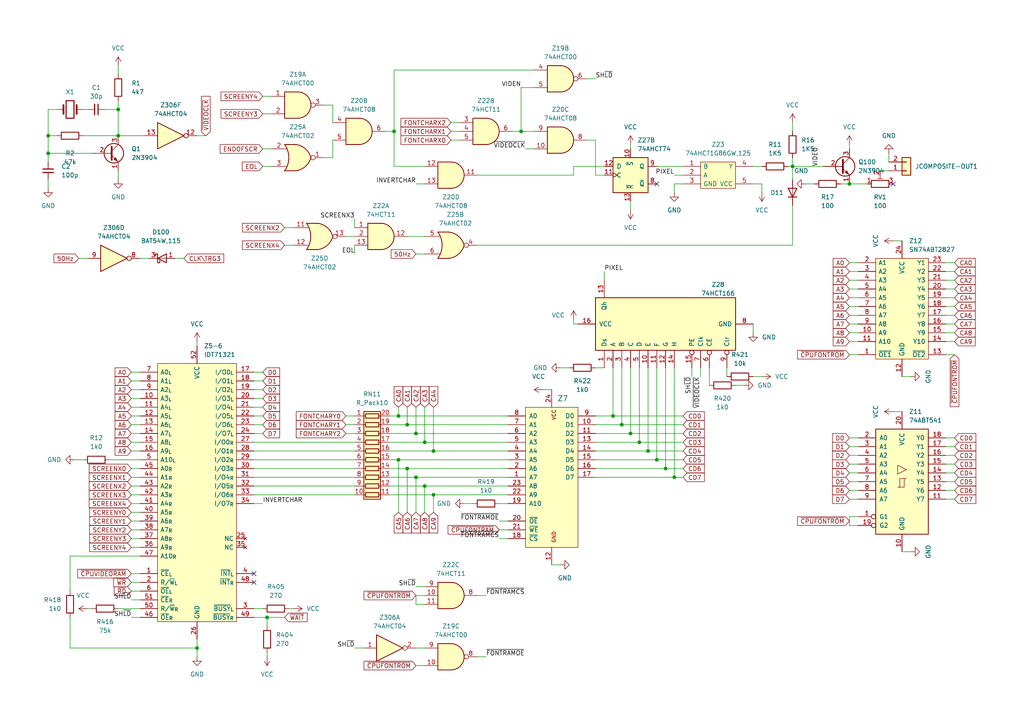
<source format=kicad_sch>
(kicad_sch (version 20211123) (generator eeschema)
  (paper "A4")
  (title_block (title "ACE4NOKB") (date "2020-04-30") (rev "Alpha") (company "Ontobus") (comment 1 "John Bradley") (comment 2 "https://creativecommons.org/licenses/by-nc-sa/4.0/") (comment 3 "Attribution-NonCommercial-ShareAlike 4.0 International License.") (comment 4 "This work is licensed under a Creative Commons "))
  (junction (at 246.38 53.34))
  (junction (at 34.29 39.37))
  (junction (at 57.15 187.96))
  (junction (at 77.47 179.07))
  (junction (at 13.97 44.45))
  (junction (at 123.19 128.27))
  (junction (at 13.97 39.37))
  (junction (at 195.58 138.43))
  (junction (at 118.11 135.89))
  (junction (at 229.87 48.26))
  (junction (at 190.5 133.35))
  (junction (at 125.73 130.81))
  (junction (at 123.19 140.97))
  (junction (at 118.11 123.19))
  (junction (at 187.96 130.81))
  (junction (at 193.04 135.89))
  (junction (at 151.13 38.1))
  (junction (at 34.29 31.75))
  (junction (at 115.57 120.65))
  (junction (at 182.88 125.73))
  (junction (at 180.34 123.19))
  (junction (at 120.65 138.43))
  (junction (at 125.73 143.51))
  (junction (at 120.65 125.73))
  (junction (at 177.8 120.65))
  (junction (at 115.57 133.35))
  (junction (at 185.42 128.27))
  (junction (at 114.3 38.1))
  (no_connect (at 190.5 53.34))
  (no_connect (at 259.08 53.34))
  (no_connect (at 73.66 166.37))
  (no_connect (at 73.66 168.91))
  (wire (pts (xy 73.66 128.27) (xy 102.87 128.27)))
  (wire (pts (xy 30.48 31.75) (xy 34.29 31.75)))
  (wire (pts (xy 187.96 130.81) (xy 198.12 130.81)))
  (wire (pts (xy 40.64 110.49) (xy 38.1 110.49)))
  (wire (pts (xy 182.88 58.42) (xy 182.88 60.96)))
  (wire (pts (xy 182.88 106.68) (xy 182.88 125.73)))
  (wire (pts (xy 78.74 43.18) (xy 76.2 43.18)))
  (wire (pts (xy 195.58 106.68) (xy 195.58 138.43)))
  (wire (pts (xy 85.09 66.04) (xy 82.55 66.04)))
  (wire (pts (xy 78.74 33.02) (xy 76.2 33.02)))
  (wire (pts (xy 40.64 171.45) (xy 38.1 171.45)))
  (wire (pts (xy 274.32 137.16) (xy 276.86 137.16)))
  (wire (pts (xy 73.66 130.81) (xy 102.87 130.81)))
  (wire (pts (xy 118.11 118.11) (xy 118.11 123.19)))
  (wire (pts (xy 73.66 140.97) (xy 102.87 140.97)))
  (wire (pts (xy 73.66 115.57) (xy 76.2 115.57)))
  (wire (pts (xy 248.92 144.78) (xy 246.38 144.78)))
  (wire (pts (xy 172.72 106.68) (xy 175.26 106.68)))
  (wire (pts (xy 102.87 66.04) (xy 102.87 63.5)))
  (wire (pts (xy 218.44 93.98) (xy 218.44 96.52)))
  (wire (pts (xy 185.42 128.27) (xy 198.12 128.27)))
  (wire (pts (xy 274.32 132.08) (xy 276.86 132.08)))
  (wire (pts (xy 177.8 106.68) (xy 177.8 120.65)))
  (wire (pts (xy 274.32 81.28) (xy 276.86 81.28)))
  (wire (pts (xy 40.64 120.65) (xy 38.1 120.65)))
  (wire (pts (xy 246.38 91.44) (xy 248.92 91.44)))
  (wire (pts (xy 229.87 45.72) (xy 229.87 48.26)))
  (wire (pts (xy 120.65 187.96) (xy 123.19 187.96)))
  (wire (pts (xy 172.72 120.65) (xy 177.8 120.65)))
  (wire (pts (xy 134.62 146.05) (xy 137.16 146.05)))
  (wire (pts (xy 24.13 133.35) (xy 21.59 133.35)))
  (wire (pts (xy 13.97 31.75) (xy 13.97 39.37)))
  (wire (pts (xy 40.64 166.37) (xy 38.1 166.37)))
  (wire (pts (xy 114.3 20.32) (xy 114.3 38.1)))
  (wire (pts (xy 246.38 96.52) (xy 248.92 96.52)))
  (wire (pts (xy 248.92 149.86) (xy 246.38 149.86)))
  (wire (pts (xy 120.65 172.72) (xy 123.19 172.72)))
  (wire (pts (xy 229.87 48.26) (xy 229.87 52.07)))
  (wire (pts (xy 246.38 83.82) (xy 248.92 83.82)))
  (wire (pts (xy 172.72 123.19) (xy 180.34 123.19)))
  (wire (pts (xy 248.92 134.62) (xy 246.38 134.62)))
  (wire (pts (xy 76.2 176.53) (xy 73.66 176.53)))
  (wire (pts (xy 274.32 96.52) (xy 276.86 96.52)))
  (wire (pts (xy 229.87 38.1) (xy 229.87 35.56)))
  (wire (pts (xy 151.13 38.1) (xy 154.94 38.1)))
  (wire (pts (xy 187.96 106.68) (xy 187.96 130.81)))
  (wire (pts (xy 38.1 156.21) (xy 40.64 156.21)))
  (wire (pts (xy 96.52 30.48) (xy 96.52 35.56)))
  (wire (pts (xy 144.78 153.67) (xy 147.32 153.67)))
  (wire (pts (xy 50.8 74.93) (xy 53.34 74.93)))
  (wire (pts (xy 248.92 129.54) (xy 246.38 129.54)))
  (wire (pts (xy 195.58 138.43) (xy 198.12 138.43)))
  (wire (pts (xy 123.19 128.27) (xy 147.32 128.27)))
  (wire (pts (xy 40.64 115.57) (xy 38.1 115.57)))
  (wire (pts (xy 40.64 128.27) (xy 38.1 128.27)))
  (wire (pts (xy 73.66 143.51) (xy 102.87 143.51)))
  (wire (pts (xy 185.42 106.68) (xy 185.42 128.27)))
  (wire (pts (xy 102.87 123.19) (xy 100.33 123.19)))
  (wire (pts (xy 123.19 118.11) (xy 123.19 128.27)))
  (wire (pts (xy 38.1 138.43) (xy 40.64 138.43)))
  (wire (pts (xy 147.32 151.13) (xy 144.78 151.13)))
  (wire (pts (xy 229.87 48.26) (xy 238.76 48.26)))
  (wire (pts (xy 57.15 187.96) (xy 20.32 187.96)))
  (wire (pts (xy 215.9 111.76) (xy 213.36 111.76)))
  (wire (pts (xy 166.37 48.26) (xy 166.37 50.8)))
  (wire (pts (xy 20.32 161.29) (xy 20.32 171.45)))
  (wire (pts (xy 40.64 107.95) (xy 38.1 107.95)))
  (wire (pts (xy 133.35 40.64) (xy 130.81 40.64)))
  (wire (pts (xy 248.92 132.08) (xy 246.38 132.08)))
  (wire (pts (xy 13.97 39.37) (xy 16.51 39.37)))
  (wire (pts (xy 246.38 88.9) (xy 248.92 88.9)))
  (wire (pts (xy 193.04 135.89) (xy 198.12 135.89)))
  (wire (pts (xy 190.5 48.26) (xy 198.12 48.26)))
  (wire (pts (xy 73.66 118.11) (xy 76.2 118.11)))
  (wire (pts (xy 274.32 88.9) (xy 276.86 88.9)))
  (wire (pts (xy 73.66 138.43) (xy 102.87 138.43)))
  (wire (pts (xy 123.19 140.97) (xy 123.19 148.59)))
  (wire (pts (xy 125.73 143.51) (xy 147.32 143.51)))
  (wire (pts (xy 172.72 125.73) (xy 182.88 125.73)))
  (wire (pts (xy 172.72 22.86) (xy 170.18 22.86)))
  (wire (pts (xy 73.66 110.49) (xy 76.2 110.49)))
  (wire (pts (xy 172.72 130.81) (xy 187.96 130.81)))
  (wire (pts (xy 138.43 190.5) (xy 140.97 190.5)))
  (wire (pts (xy 125.73 130.81) (xy 147.32 130.81)))
  (wire (pts (xy 177.8 120.65) (xy 198.12 120.65)))
  (wire (pts (xy 77.47 181.61) (xy 77.47 179.07)))
  (wire (pts (xy 40.64 74.93) (xy 43.18 74.93)))
  (wire (pts (xy 115.57 133.35) (xy 147.32 133.35)))
  (wire (pts (xy 205.74 106.68) (xy 205.74 111.76)))
  (wire (pts (xy 257.81 49.53) (xy 255.27 49.53)))
  (wire (pts (xy 73.66 133.35) (xy 102.87 133.35)))
  (wire (pts (xy 172.72 133.35) (xy 190.5 133.35)))
  (wire (pts (xy 115.57 148.59) (xy 115.57 133.35)))
  (wire (pts (xy 170.18 40.64) (xy 172.72 40.64)))
  (wire (pts (xy 102.87 125.73) (xy 100.33 125.73)))
  (wire (pts (xy 40.64 168.91) (xy 38.1 168.91)))
  (wire (pts (xy 246.38 43.18) (xy 246.38 41.91)))
  (wire (pts (xy 125.73 143.51) (xy 125.73 148.59)))
  (wire (pts (xy 57.15 100.33) (xy 57.15 99.06)))
  (wire (pts (xy 243.84 53.34) (xy 246.38 53.34)))
  (wire (pts (xy 125.73 118.11) (xy 125.73 130.81)))
  (wire (pts (xy 274.32 127) (xy 276.86 127)))
  (wire (pts (xy 246.38 93.98) (xy 248.92 93.98)))
  (wire (pts (xy 123.19 175.26) (xy 120.65 175.26)))
  (wire (pts (xy 274.32 76.2) (xy 276.86 76.2)))
  (wire (pts (xy 248.92 127) (xy 246.38 127)))
  (wire (pts (xy 246.38 102.87) (xy 248.92 102.87)))
  (wire (pts (xy 195.58 50.8) (xy 198.12 50.8)))
  (wire (pts (xy 78.74 27.94) (xy 76.2 27.94)))
  (wire (pts (xy 261.62 160.02) (xy 264.16 160.02)))
  (wire (pts (xy 274.32 93.98) (xy 276.86 93.98)))
  (wire (pts (xy 180.34 123.19) (xy 198.12 123.19)))
  (wire (pts (xy 113.03 123.19) (xy 118.11 123.19)))
  (wire (pts (xy 73.66 125.73) (xy 76.2 125.73)))
  (wire (pts (xy 274.32 99.06) (xy 276.86 99.06)))
  (wire (pts (xy 220.98 53.34) (xy 218.44 53.34)))
  (wire (pts (xy 34.29 39.37) (xy 34.29 31.75)))
  (wire (pts (xy 165.1 106.68) (xy 162.56 106.68)))
  (wire (pts (xy 138.43 71.12) (xy 229.87 71.12)))
  (wire (pts (xy 166.37 93.98) (xy 166.37 92.71)))
  (wire (pts (xy 175.26 48.26) (xy 166.37 48.26)))
  (wire (pts (xy 172.72 40.64) (xy 172.72 50.8)))
  (wire (pts (xy 40.64 179.07) (xy 38.1 179.07)))
  (wire (pts (xy 38.1 158.75) (xy 40.64 158.75)))
  (wire (pts (xy 113.03 143.51) (xy 125.73 143.51)))
  (wire (pts (xy 118.11 123.19) (xy 147.32 123.19)))
  (wire (pts (xy 113.03 120.65) (xy 115.57 120.65)))
  (wire (pts (xy 233.68 53.34) (xy 236.22 53.34)))
  (wire (pts (xy 57.15 187.96) (xy 57.15 190.5)))
  (wire (pts (xy 114.3 48.26) (xy 123.19 48.26)))
  (wire (pts (xy 246.38 81.28) (xy 248.92 81.28)))
  (wire (pts (xy 85.09 71.12) (xy 82.55 71.12)))
  (wire (pts (xy 274.32 83.82) (xy 276.86 83.82)))
  (wire (pts (xy 182.88 125.73) (xy 198.12 125.73)))
  (wire (pts (xy 38.1 153.67) (xy 40.64 153.67)))
  (wire (pts (xy 113.03 128.27) (xy 123.19 128.27)))
  (wire (pts (xy 274.32 102.87) (xy 276.86 102.87)))
  (wire (pts (xy 40.64 176.53) (xy 34.29 176.53)))
  (wire (pts (xy 102.87 187.96) (xy 105.41 187.96)))
  (wire (pts (xy 34.29 29.21) (xy 34.29 31.75)))
  (wire (pts (xy 218.44 48.26) (xy 220.98 48.26)))
  (wire (pts (xy 175.26 50.8) (xy 172.72 50.8)))
  (wire (pts (xy 34.29 49.53) (xy 34.29 52.07)))
  (wire (pts (xy 113.03 135.89) (xy 118.11 135.89)))
  (wire (pts (xy 40.64 118.11) (xy 38.1 118.11)))
  (wire (pts (xy 248.92 142.24) (xy 246.38 142.24)))
  (wire (pts (xy 114.3 20.32) (xy 154.94 20.32)))
  (wire (pts (xy 73.66 107.95) (xy 76.2 107.95)))
  (wire (pts (xy 154.94 43.18) (xy 152.4 43.18)))
  (wire (pts (xy 195.58 53.34) (xy 195.58 55.88)))
  (wire (pts (xy 148.59 38.1) (xy 151.13 38.1)))
  (wire (pts (xy 144.78 146.05) (xy 147.32 146.05)))
  (wire (pts (xy 193.04 106.68) (xy 193.04 135.89)))
  (wire (pts (xy 102.87 120.65) (xy 100.33 120.65)))
  (wire (pts (xy 246.38 78.74) (xy 248.92 78.74)))
  (wire (pts (xy 115.57 118.11) (xy 115.57 120.65)))
  (wire (pts (xy 123.19 140.97) (xy 147.32 140.97)))
  (wire (pts (xy 78.74 48.26) (xy 76.2 48.26)))
  (wire (pts (xy 144.78 156.21) (xy 147.32 156.21)))
  (wire (pts (xy 77.47 189.23) (xy 77.47 190.5)))
  (wire (pts (xy 40.64 113.03) (xy 38.1 113.03)))
  (wire (pts (xy 13.97 39.37) (xy 13.97 44.45)))
  (wire (pts (xy 57.15 185.42) (xy 57.15 187.96)))
  (wire (pts (xy 73.66 146.05) (xy 76.2 146.05)))
  (wire (pts (xy 259.08 119.38) (xy 261.62 119.38)))
  (wire (pts (xy 200.66 106.68) (xy 200.66 109.22)))
  (wire (pts (xy 13.97 31.75) (xy 16.51 31.75)))
  (wire (pts (xy 40.64 123.19) (xy 38.1 123.19)))
  (wire (pts (xy 172.72 135.89) (xy 193.04 135.89)))
  (wire (pts (xy 172.72 128.27) (xy 185.42 128.27)))
  (wire (pts (xy 120.65 138.43) (xy 147.32 138.43)))
  (wire (pts (xy 138.43 172.72) (xy 140.97 172.72)))
  (wire (pts (xy 13.97 44.45) (xy 26.67 44.45)))
  (wire (pts (xy 102.87 71.12) (xy 102.87 73.66)))
  (wire (pts (xy 73.66 120.65) (xy 76.2 120.65)))
  (wire (pts (xy 261.62 109.22) (xy 264.16 109.22)))
  (wire (pts (xy 246.38 76.2) (xy 248.92 76.2)))
  (wire (pts (xy 13.97 44.45) (xy 13.97 46.99)))
  (wire (pts (xy 274.32 144.78) (xy 276.86 144.78)))
  (wire (pts (xy 172.72 138.43) (xy 195.58 138.43)))
  (wire (pts (xy 133.35 35.56) (xy 130.81 35.56)))
  (wire (pts (xy 40.64 125.73) (xy 38.1 125.73)))
  (wire (pts (xy 246.38 86.36) (xy 248.92 86.36)))
  (wire (pts (xy 123.19 53.34) (xy 120.65 53.34)))
  (wire (pts (xy 274.32 129.54) (xy 276.86 129.54)))
  (wire (pts (xy 220.98 53.34) (xy 220.98 55.88)))
  (wire (pts (xy 274.32 142.24) (xy 276.86 142.24)))
  (wire (pts (xy 113.03 133.35) (xy 115.57 133.35)))
  (wire (pts (xy 220.98 109.22) (xy 218.44 109.22)))
  (wire (pts (xy 111.76 38.1) (xy 114.3 38.1)))
  (wire (pts (xy 38.1 146.05) (xy 40.64 146.05)))
  (wire (pts (xy 40.64 130.81) (xy 38.1 130.81)))
  (wire (pts (xy 257.81 46.99) (xy 257.81 44.45)))
  (wire (pts (xy 93.98 30.48) (xy 96.52 30.48)))
  (wire (pts (xy 113.03 130.81) (xy 125.73 130.81)))
  (wire (pts (xy 38.1 148.59) (xy 40.64 148.59)))
  (wire (pts (xy 57.15 39.37) (xy 59.69 39.37)))
  (wire (pts (xy 118.11 68.58) (xy 123.19 68.58)))
  (wire (pts (xy 20.32 179.07) (xy 20.32 187.96)))
  (wire (pts (xy 190.5 106.68) (xy 190.5 133.35)))
  (wire (pts (xy 73.66 179.07) (xy 77.47 179.07)))
  (wire (pts (xy 120.65 73.66) (xy 123.19 73.66)))
  (wire (pts (xy 246.38 53.34) (xy 251.46 53.34)))
  (wire (pts (xy 246.38 152.4) (xy 248.92 152.4)))
  (wire (pts (xy 40.64 133.35) (xy 31.75 133.35)))
  (wire (pts (xy 120.65 175.26) (xy 120.65 172.72)))
  (wire (pts (xy 167.64 93.98) (xy 166.37 93.98)))
  (wire (pts (xy 100.33 68.58) (xy 102.87 68.58)))
  (wire (pts (xy 248.92 139.7) (xy 246.38 139.7)))
  (wire (pts (xy 38.1 143.51) (xy 40.64 143.51)))
  (wire (pts (xy 175.26 81.28) (xy 175.26 78.74)))
  (wire (pts (xy 123.19 170.18) (xy 120.65 170.18)))
  (wire (pts (xy 274.32 78.74) (xy 276.86 78.74)))
  (wire (pts (xy 118.11 135.89) (xy 118.11 148.59)))
  (wire (pts (xy 210.82 106.68) (xy 210.82 109.22)))
  (wire (pts (xy 203.2 106.68) (xy 203.2 109.22)))
  (wire (pts (xy 151.13 25.4) (xy 154.94 25.4)))
  (wire (pts (xy 160.02 113.03) (xy 157.48 113.03)))
  (wire (pts (xy 113.03 138.43) (xy 120.65 138.43)))
  (wire (pts (xy 151.13 25.4) (xy 151.13 38.1)))
  (wire (pts (xy 24.13 39.37) (xy 34.29 39.37)))
  (wire (pts (xy 190.5 133.35) (xy 198.12 133.35)))
  (wire (pts (xy 274.32 139.7) (xy 276.86 139.7)))
  (wire (pts (xy 120.65 193.04) (xy 123.19 193.04)))
  (wire (pts (xy 118.11 135.89) (xy 147.32 135.89)))
  (wire (pts (xy 40.64 161.29) (xy 20.32 161.29)))
  (wire (pts (xy 138.43 50.8) (xy 166.37 50.8)))
  (wire (pts (xy 115.57 120.65) (xy 147.32 120.65)))
  (wire (pts (xy 34.29 21.59) (xy 34.29 19.05)))
  (wire (pts (xy 229.87 59.69) (xy 229.87 71.12)))
  (wire (pts (xy 274.32 86.36) (xy 276.86 86.36)))
  (wire (pts (xy 160.02 163.83) (xy 162.56 163.83)))
  (wire (pts (xy 40.64 173.99) (xy 38.1 173.99)))
  (wire (pts (xy 198.12 53.34) (xy 195.58 53.34)))
  (wire (pts (xy 248.92 137.16) (xy 246.38 137.16)))
  (wire (pts (xy 83.82 176.53) (xy 85.09 176.53)))
  (wire (pts (xy 22.86 74.93) (xy 25.4 74.93)))
  (wire (pts (xy 114.3 38.1) (xy 114.3 48.26)))
  (wire (pts (xy 120.65 118.11) (xy 120.65 125.73)))
  (wire (pts (xy 130.81 38.1) (xy 133.35 38.1)))
  (wire (pts (xy 246.38 99.06) (xy 248.92 99.06)))
  (wire (pts (xy 246.38 149.86) (xy 246.38 152.4)))
  (wire (pts (xy 180.34 106.68) (xy 180.34 123.19)))
  (wire (pts (xy 274.32 91.44) (xy 276.86 91.44)))
  (wire (pts (xy 38.1 151.13) (xy 40.64 151.13)))
  (wire (pts (xy 96.52 45.72) (xy 96.52 40.64)))
  (wire (pts (xy 38.1 140.97) (xy 40.64 140.97)))
  (wire (pts (xy 13.97 54.61) (xy 13.97 52.07)))
  (wire (pts (xy 34.29 39.37) (xy 41.91 39.37)))
  (wire (pts (xy 93.98 45.72) (xy 96.52 45.72)))
  (wire (pts (xy 73.66 113.03) (xy 76.2 113.03)))
  (wire (pts (xy 274.32 134.62) (xy 276.86 134.62)))
  (wire (pts (xy 120.65 138.43) (xy 120.65 148.59)))
  (wire (pts (xy 25.4 31.75) (xy 24.13 31.75)))
  (wire (pts (xy 182.88 43.18) (xy 182.88 41.91)))
  (wire (pts (xy 26.67 176.53) (xy 25.4 176.53)))
  (wire (pts (xy 120.65 125.73) (xy 147.32 125.73)))
  (wire (pts (xy 113.03 125.73) (xy 120.65 125.73)))
  (wire (pts (xy 259.08 69.85) (xy 261.62 69.85)))
  (wire (pts (xy 113.03 140.97) (xy 123.19 140.97)))
  (wire (pts (xy 73.66 135.89) (xy 102.87 135.89)))
  (wire (pts (xy 228.6 48.26) (xy 229.87 48.26)))
  (wire (pts (xy 38.1 135.89) (xy 40.64 135.89)))
  (wire (pts (xy 73.66 123.19) (xy 76.2 123.19)))
  (wire (pts (xy 77.47 179.07) (xy 82.55 179.07)))
  (label "~{VIDEOCLK}" (at 203.2 109.22 90))
  (label "SH~{LD}" (at 200.66 109.22 270))
  (label "SH~{LD}" (at 102.87 187.96 0))
  (label "VIDEO" (at 237.49 48.26 90))
  (label "~{FONTRAMOE}" (at 140.97 190.5 0))
  (label "EOL" (at 102.87 73.66 180))
  (label "SCREENX3" (at 102.87 63.5 180))
  (label "PIXEL" (at 195.58 50.8 180))
  (label "SH~{LD}" (at 120.65 170.18 0))
  (label "~{FONTRAMCS}" (at 144.78 156.21 180))
  (label "PIXEL" (at 175.26 78.74 0))
  (label "INVERTCHAR" (at 76.2 146.05 0))
  (label "INVERTCHAR" (at 120.65 53.34 0))
  (label "SH~{LD}" (at 38.1 173.99 0))
  (label "~{FONTRAMCS}" (at 140.97 172.72 0))
  (label "~{VIDEOCLK}" (at 152.4 43.18 0))
  (label "SH~{LD}" (at 172.72 22.86 0))
  (label "VIDEN" (at 151.13 25.4 0))
  (label "~{FONTRAMOE}" (at 144.78 151.13 180))
  (label "SH~{LD}" (at 38.1 179.07 0))
  (global_label "CA4" (shape input) (at 276.86 86.36 0) (property "Intersheetrefs" "${INTERSHEET_REFS}" (at 282.7523 86.2806 0) (effects (justify left))))
  (global_label "D1" (shape input) (at 246.38 129.54 180) (property "Intersheetrefs" "${INTERSHEET_REFS}" (at 241.5763 129.4606 0) (effects (justify right))))
  (global_label "CA1" (shape input) (at 118.11 118.11 90) (property "Intersheetrefs" "${INTERSHEET_REFS}" (at 118.0306 112.2177 90) (effects (justify left))))
  (global_label "A6" (shape input) (at 246.38 91.44 180) (property "Intersheetrefs" "${INTERSHEET_REFS}" (at 241.7577 91.3606 0) (effects (justify right))))
  (global_label "~{CPUFONTROM}" (shape input) (at 276.86 102.87 270) (property "Intersheetrefs" "${INTERSHEET_REFS}" (at 276.9394 117.8337 90) (effects (justify right))))
  (global_label "~{CPUVIDEORAM}" (shape input) (at 38.1 166.37 180) (property "Intersheetrefs" "${INTERSHEET_REFS}" (at 22.6525 166.2906 0) (effects (justify right))))
  (global_label "CA1" (shape input) (at 276.86 78.74 0) (property "Intersheetrefs" "${INTERSHEET_REFS}" (at 282.7523 78.6606 0) (effects (justify left))))
  (global_label "~{CPUFONTROM}" (shape input) (at 246.38 151.13 180) (property "Intersheetrefs" "${INTERSHEET_REFS}" (at 231.4163 151.0506 0) (effects (justify right))))
  (global_label "SCREENY0" (shape input) (at 38.1 148.59 180) (property "Intersheetrefs" "${INTERSHEET_REFS}" (at 26.0996 148.5106 0) (effects (justify right))))
  (global_label "CA9" (shape input) (at 276.86 99.06 0) (property "Intersheetrefs" "${INTERSHEET_REFS}" (at 282.7523 98.9806 0) (effects (justify left))))
  (global_label "FONTCHARY0" (shape input) (at 100.33 120.65 180) (property "Intersheetrefs" "${INTERSHEET_REFS}" (at 87.1201 120.5706 0) (effects (justify right))))
  (global_label "A2" (shape input) (at 246.38 81.28 180) (property "Intersheetrefs" "${INTERSHEET_REFS}" (at 241.7577 81.2006 0) (effects (justify right))))
  (global_label "ENDOFSCR" (shape input) (at 76.2 43.18 180) (property "Intersheetrefs" "${INTERSHEET_REFS}" (at 63.9577 43.1006 0) (effects (justify right))))
  (global_label "SCREENX4" (shape input) (at 38.1 146.05 180) (property "Intersheetrefs" "${INTERSHEET_REFS}" (at 25.9787 145.9706 0) (effects (justify right))))
  (global_label "CA3" (shape input) (at 276.86 83.82 0) (property "Intersheetrefs" "${INTERSHEET_REFS}" (at 282.7523 83.7406 0) (effects (justify left))))
  (global_label "50Hz" (shape input) (at 120.65 73.66 180) (property "Intersheetrefs" "${INTERSHEET_REFS}" (at 113.5482 73.5806 0) (effects (justify right))))
  (global_label "FONTCHARX0" (shape input) (at 130.81 40.64 180) (property "Intersheetrefs" "${INTERSHEET_REFS}" (at 116.3906 40.5606 0) (effects (justify right))))
  (global_label "D1" (shape input) (at 76.2 110.49 0) (property "Intersheetrefs" "${INTERSHEET_REFS}" (at 81.0037 110.4106 0) (effects (justify left))))
  (global_label "A0" (shape input) (at 38.1 107.95 180) (property "Intersheetrefs" "${INTERSHEET_REFS}" (at 33.4777 107.8706 0) (effects (justify right))))
  (global_label "CD6" (shape input) (at 276.86 142.24 0) (property "Intersheetrefs" "${INTERSHEET_REFS}" (at 282.9337 142.1606 0) (effects (justify left))))
  (global_label "EOL" (shape input) (at 76.2 48.26 180) (property "Intersheetrefs" "${INTERSHEET_REFS}" (at 70.3682 48.1806 0) (effects (justify right))))
  (global_label "~{CPUFONTRAM}" (shape input) (at 144.78 153.67 180) (property "Intersheetrefs" "${INTERSHEET_REFS}" (at 130.0582 153.5906 0) (effects (justify right))))
  (global_label "CA8" (shape input) (at 276.86 96.52 0) (property "Intersheetrefs" "${INTERSHEET_REFS}" (at 282.7523 96.4406 0) (effects (justify left))))
  (global_label "CD2" (shape input) (at 198.12 125.73 0) (property "Intersheetrefs" "${INTERSHEET_REFS}" (at 204.1937 125.6506 0) (effects (justify left))))
  (global_label "CLK\\TRG3" (shape input) (at 53.34 74.93 0) (property "Intersheetrefs" "${INTERSHEET_REFS}" (at 64.7961 74.8506 0) (effects (justify left))))
  (global_label "CD1" (shape input) (at 198.12 123.19 0) (property "Intersheetrefs" "${INTERSHEET_REFS}" (at 204.1937 123.1106 0) (effects (justify left))))
  (global_label "SCREENX3" (shape input) (at 38.1 143.51 180) (property "Intersheetrefs" "${INTERSHEET_REFS}" (at 25.9787 143.4306 0) (effects (justify right))))
  (global_label "A8" (shape input) (at 38.1 128.27 180) (property "Intersheetrefs" "${INTERSHEET_REFS}" (at 33.4777 128.1906 0) (effects (justify right))))
  (global_label "CD1" (shape input) (at 276.86 129.54 0) (property "Intersheetrefs" "${INTERSHEET_REFS}" (at 282.9337 129.4606 0) (effects (justify left))))
  (global_label "A7" (shape input) (at 246.38 93.98 180) (property "Intersheetrefs" "${INTERSHEET_REFS}" (at 241.7577 93.9006 0) (effects (justify right))))
  (global_label "A5" (shape input) (at 38.1 120.65 180) (property "Intersheetrefs" "${INTERSHEET_REFS}" (at 33.4777 120.5706 0) (effects (justify right))))
  (global_label "D5" (shape input) (at 246.38 139.7 180) (property "Intersheetrefs" "${INTERSHEET_REFS}" (at 241.5763 139.6206 0) (effects (justify right))))
  (global_label "~{CPUFONTROM}" (shape input) (at 246.38 102.87 180) (property "Intersheetrefs" "${INTERSHEET_REFS}" (at 231.4163 102.7906 0) (effects (justify right))))
  (global_label "FONTCHARY2" (shape input) (at 100.33 125.73 180) (property "Intersheetrefs" "${INTERSHEET_REFS}" (at 87.1201 125.6506 0) (effects (justify right))))
  (global_label "CA5" (shape input) (at 115.57 148.59 270) (property "Intersheetrefs" "${INTERSHEET_REFS}" (at 115.4906 154.4823 90) (effects (justify right))))
  (global_label "CD0" (shape input) (at 276.86 127 0) (property "Intersheetrefs" "${INTERSHEET_REFS}" (at 282.9337 126.9206 0) (effects (justify left))))
  (global_label "CD4" (shape input) (at 198.12 130.81 0) (property "Intersheetrefs" "${INTERSHEET_REFS}" (at 204.1937 130.7306 0) (effects (justify left))))
  (global_label "CA5" (shape input) (at 276.86 88.9 0) (property "Intersheetrefs" "${INTERSHEET_REFS}" (at 282.7523 88.8206 0) (effects (justify left))))
  (global_label "CA6" (shape input) (at 118.11 148.59 270) (property "Intersheetrefs" "${INTERSHEET_REFS}" (at 118.0306 154.4823 90) (effects (justify right))))
  (global_label "CD7" (shape input) (at 276.86 144.78 0) (property "Intersheetrefs" "${INTERSHEET_REFS}" (at 282.9337 144.7006 0) (effects (justify left))))
  (global_label "SCREENY4" (shape input) (at 38.1 158.75 180) (property "Intersheetrefs" "${INTERSHEET_REFS}" (at 26.0996 158.6706 0) (effects (justify right))))
  (global_label "SCREENY2" (shape input) (at 38.1 153.67 180) (property "Intersheetrefs" "${INTERSHEET_REFS}" (at 26.0996 153.5906 0) (effects (justify right))))
  (global_label "D4" (shape input) (at 76.2 118.11 0) (property "Intersheetrefs" "${INTERSHEET_REFS}" (at 81.0037 118.0306 0) (effects (justify left))))
  (global_label "CD3" (shape input) (at 276.86 134.62 0) (property "Intersheetrefs" "${INTERSHEET_REFS}" (at 282.9337 134.5406 0) (effects (justify left))))
  (global_label "~{RD}" (shape input) (at 38.1 171.45 180) (property "Intersheetrefs" "${INTERSHEET_REFS}" (at 33.2358 171.3706 0) (effects (justify right))))
  (global_label "SCREENY1" (shape input) (at 38.1 151.13 180) (property "Intersheetrefs" "${INTERSHEET_REFS}" (at 26.0996 151.0506 0) (effects (justify right))))
  (global_label "D2" (shape input) (at 76.2 113.03 0) (property "Intersheetrefs" "${INTERSHEET_REFS}" (at 81.0037 112.9506 0) (effects (justify left))))
  (global_label "CD4" (shape input) (at 276.86 137.16 0) (property "Intersheetrefs" "${INTERSHEET_REFS}" (at 282.9337 137.0806 0) (effects (justify left))))
  (global_label "CD0" (shape input) (at 198.12 120.65 0) (property "Intersheetrefs" "${INTERSHEET_REFS}" (at 204.1937 120.5706 0) (effects (justify left))))
  (global_label "FONTCHARX1" (shape input) (at 130.81 38.1 180) (property "Intersheetrefs" "${INTERSHEET_REFS}" (at 116.3906 38.0206 0) (effects (justify right))))
  (global_label "A4" (shape input) (at 246.38 86.36 180) (property "Intersheetrefs" "${INTERSHEET_REFS}" (at 241.7577 86.2806 0) (effects (justify right))))
  (global_label "CD5" (shape input) (at 276.86 139.7 0) (property "Intersheetrefs" "${INTERSHEET_REFS}" (at 282.9337 139.6206 0) (effects (justify left))))
  (global_label "D6" (shape input) (at 246.38 142.24 180) (property "Intersheetrefs" "${INTERSHEET_REFS}" (at 241.5763 142.1606 0) (effects (justify right))))
  (global_label "A9" (shape input) (at 38.1 130.81 180) (property "Intersheetrefs" "${INTERSHEET_REFS}" (at 33.4777 130.7306 0) (effects (justify right))))
  (global_label "CD5" (shape input) (at 198.12 133.35 0) (property "Intersheetrefs" "${INTERSHEET_REFS}" (at 204.1937 133.2706 0) (effects (justify left))))
  (global_label "A3" (shape input) (at 246.38 83.82 180) (property "Intersheetrefs" "${INTERSHEET_REFS}" (at 241.7577 83.7406 0) (effects (justify right))))
  (global_label "CD3" (shape input) (at 198.12 128.27 0) (property "Intersheetrefs" "${INTERSHEET_REFS}" (at 204.1937 128.1906 0) (effects (justify left))))
  (global_label "D3" (shape input) (at 76.2 115.57 0) (property "Intersheetrefs" "${INTERSHEET_REFS}" (at 81.0037 115.4906 0) (effects (justify left))))
  (global_label "A5" (shape input) (at 246.38 88.9 180) (property "Intersheetrefs" "${INTERSHEET_REFS}" (at 241.7577 88.8206 0) (effects (justify right))))
  (global_label "FONTCHARY1" (shape input) (at 100.33 123.19 180) (property "Intersheetrefs" "${INTERSHEET_REFS}" (at 87.1201 123.1106 0) (effects (justify right))))
  (global_label "SCREENX4" (shape input) (at 82.55 71.12 180) (property "Intersheetrefs" "${INTERSHEET_REFS}" (at 70.4287 71.0406 0) (effects (justify right))))
  (global_label "SCREENY3" (shape input) (at 76.2 33.02 180) (property "Intersheetrefs" "${INTERSHEET_REFS}" (at 64.1996 32.9406 0) (effects (justify right))))
  (global_label "~{WR}" (shape input) (at 38.1 168.91 180) (property "Intersheetrefs" "${INTERSHEET_REFS}" (at 33.0544 168.8306 0) (effects (justify right))))
  (global_label "SCREENY3" (shape input) (at 38.1 156.21 180) (property "Intersheetrefs" "${INTERSHEET_REFS}" (at 26.0996 156.1306 0) (effects (justify right))))
  (global_label "CD7" (shape input) (at 198.12 138.43 0) (property "Intersheetrefs" "${INTERSHEET_REFS}" (at 204.1937 138.3506 0) (effects (justify left))))
  (global_label "CA7" (shape input) (at 120.65 148.59 270) (property "Intersheetrefs" "${INTERSHEET_REFS}" (at 120.5706 154.4823 90) (effects (justify right))))
  (global_label "A7" (shape input) (at 38.1 125.73 180) (property "Intersheetrefs" "${INTERSHEET_REFS}" (at 33.4777 125.6506 0) (effects (justify right))))
  (global_label "SCREENX2" (shape input) (at 82.55 66.04 180) (property "Intersheetrefs" "${INTERSHEET_REFS}" (at 70.4287 65.9606 0) (effects (justify right))))
  (global_label "CA2" (shape input) (at 120.65 118.11 90) (property "Intersheetrefs" "${INTERSHEET_REFS}" (at 120.5706 112.2177 90) (effects (justify left))))
  (global_label "A8" (shape input) (at 246.38 96.52 180) (property "Intersheetrefs" "${INTERSHEET_REFS}" (at 241.7577 96.4406 0) (effects (justify right))))
  (global_label "SCREENX1" (shape input) (at 38.1 138.43 180) (property "Intersheetrefs" "${INTERSHEET_REFS}" (at 25.9787 138.3506 0) (effects (justify right))))
  (global_label "A2" (shape input) (at 38.1 113.03 180) (property "Intersheetrefs" "${INTERSHEET_REFS}" (at 33.4777 112.9506 0) (effects (justify right))))
  (global_label "CA9" (shape input) (at 125.73 148.59 270) (property "Intersheetrefs" "${INTERSHEET_REFS}" (at 125.6506 154.4823 90) (effects (justify right))))
  (global_label "~{VIDEOCLK}" (shape input) (at 59.69 39.37 90) (property "Intersheetrefs" "${INTERSHEET_REFS}" (at 59.6106 28.0348 90) (effects (justify left))))
  (global_label "A1" (shape input) (at 246.38 78.74 180) (property "Intersheetrefs" "${INTERSHEET_REFS}" (at 241.7577 78.6606 0) (effects (justify right))))
  (global_label "50Hz" (shape input) (at 22.86 74.93 180) (property "Intersheetrefs" "${INTERSHEET_REFS}" (at 15.7582 74.8506 0) (effects (justify right))))
  (global_label "SCREENX2" (shape input) (at 38.1 140.97 180) (property "Intersheetrefs" "${INTERSHEET_REFS}" (at 25.9787 140.8906 0) (effects (justify right))))
  (global_label "CD2" (shape input) (at 276.86 132.08 0) (property "Intersheetrefs" "${INTERSHEET_REFS}" (at 282.9337 132.0006 0) (effects (justify left))))
  (global_label "D0" (shape input) (at 246.38 127 180) (property "Intersheetrefs" "${INTERSHEET_REFS}" (at 241.5763 126.9206 0) (effects (justify right))))
  (global_label "CA6" (shape input) (at 276.86 91.44 0) (property "Intersheetrefs" "${INTERSHEET_REFS}" (at 282.7523 91.3606 0) (effects (justify left))))
  (global_label "FONTCHARX2" (shape input) (at 130.81 35.56 180) (property "Intersheetrefs" "${INTERSHEET_REFS}" (at 116.3906 35.4806 0) (effects (justify right))))
  (global_label "CA2" (shape input) (at 276.86 81.28 0) (property "Intersheetrefs" "${INTERSHEET_REFS}" (at 282.7523 81.2006 0) (effects (justify left))))
  (global_label "SCREENY4" (shape input) (at 76.2 27.94 180) (property "Intersheetrefs" "${INTERSHEET_REFS}" (at 64.1996 27.8606 0) (effects (justify right))))
  (global_label "CA4" (shape input) (at 125.73 118.11 90) (property "Intersheetrefs" "${INTERSHEET_REFS}" (at 125.6506 112.2177 90) (effects (justify left))))
  (global_label "CA0" (shape input) (at 276.86 76.2 0) (property "Intersheetrefs" "${INTERSHEET_REFS}" (at 282.7523 76.1206 0) (effects (justify left))))
  (global_label "A0" (shape input) (at 246.38 76.2 180) (property "Intersheetrefs" "${INTERSHEET_REFS}" (at 241.7577 76.1206 0) (effects (justify right))))
  (global_label "~{WAIT}" (shape input) (at 82.55 179.07 0) (property "Intersheetrefs" "${INTERSHEET_REFS}" (at 88.9866 178.9906 0) (effects (justify left))))
  (global_label "D7" (shape input) (at 76.2 125.73 0) (property "Intersheetrefs" "${INTERSHEET_REFS}" (at 81.0037 125.6506 0) (effects (justify left))))
  (global_label "~{CPUFONTROM}" (shape input) (at 120.65 172.72 180) (property "Intersheetrefs" "${INTERSHEET_REFS}" (at 105.6863 172.6406 0) (effects (justify right))))
  (global_label "A6" (shape input) (at 38.1 123.19 180) (property "Intersheetrefs" "${INTERSHEET_REFS}" (at 33.4777 123.1106 0) (effects (justify right))))
  (global_label "CA7" (shape input) (at 276.86 93.98 0) (property "Intersheetrefs" "${INTERSHEET_REFS}" (at 282.7523 93.9006 0) (effects (justify left))))
  (global_label "D3" (shape input) (at 246.38 134.62 180) (property "Intersheetrefs" "${INTERSHEET_REFS}" (at 241.5763 134.5406 0) (effects (justify right))))
  (global_label "A3" (shape input) (at 38.1 115.57 180) (property "Intersheetrefs" "${INTERSHEET_REFS}" (at 33.4777 115.4906 0) (effects (justify right))))
  (global_label "A1" (shape input) (at 38.1 110.49 180) (property "Intersheetrefs" "${INTERSHEET_REFS}" (at 33.4777 110.4106 0) (effects (justify right))))
  (global_label "D5" (shape input) (at 76.2 120.65 0) (property "Intersheetrefs" "${INTERSHEET_REFS}" (at 81.0037 120.5706 0) (effects (justify left))))
  (global_label "D2" (shape input) (at 246.38 132.08 180) (property "Intersheetrefs" "${INTERSHEET_REFS}" (at 241.5763 132.0006 0) (effects (justify right))))
  (global_label "D0" (shape input) (at 76.2 107.95 0) (property "Intersheetrefs" "${INTERSHEET_REFS}" (at 81.0037 107.8706 0) (effects (justify left))))
  (global_label "A4" (shape input) (at 38.1 118.11 180) (property "Intersheetrefs" "${INTERSHEET_REFS}" (at 33.4777 118.0306 0) (effects (justify right))))
  (global_label "~{CPUFONTROM}" (shape input) (at 120.65 193.04 180) (property "Intersheetrefs" "${INTERSHEET_REFS}" (at 105.6863 192.9606 0) (effects (justify right))))
  (global_label "D7" (shape input) (at 246.38 144.78 180) (property "Intersheetrefs" "${INTERSHEET_REFS}" (at 241.5763 144.7006 0) (effects (justify right))))
  (global_label "D6" (shape input) (at 76.2 123.19 0) (property "Intersheetrefs" "${INTERSHEET_REFS}" (at 81.0037 123.1106 0) (effects (justify left))))
  (global_label "CA8" (shape input) (at 123.19 148.59 270) (property "Intersheetrefs" "${INTERSHEET_REFS}" (at 123.1106 154.4823 90) (effects (justify right))))
  (global_label "CA0" (shape input) (at 115.57 118.11 90) (property "Intersheetrefs" "${INTERSHEET_REFS}" (at 115.4906 112.2177 90) (effects (justify left))))
  (global_label "CA3" (shape input) (at 123.19 118.11 90) (property "Intersheetrefs" "${INTERSHEET_REFS}" (at 123.1106 112.2177 90) (effects (justify left))))
  (global_label "A9" (shape input) (at 246.38 99.06 180) (property "Intersheetrefs" "${INTERSHEET_REFS}" (at 241.7577 98.9806 0) (effects (justify right))))
  (global_label "CD6" (shape input) (at 198.12 135.89 0) (property "Intersheetrefs" "${INTERSHEET_REFS}" (at 204.1937 135.8106 0) (effects (justify left))))
  (global_label "D4" (shape input) (at 246.38 137.16 180) (property "Intersheetrefs" "${INTERSHEET_REFS}" (at 241.5763 137.0806 0) (effects (justify right))))
  (global_label "SCREENX0" (shape input) (at 38.1 135.89 180) (property "Intersheetrefs" "${INTERSHEET_REFS}" (at 25.9787 135.8106 0) (effects (justify right))))
  (symbol (lib_id "power:GND") (at 257.81 44.45 180) (unit 1)
    (property "Reference" "#0139" (effects hide))
    (property "Value" "GND" (at 257.81 39.37 0))
  )
  (symbol (lib_id "Connector_Generic:Conn_01x02") (at 262.89 49.53 0) (mirror x) (unit 1)
    (property "Reference" "JCOMPOSITE-OUT1" (at 265.43 48.2599 0) (effects (justify left)))
    (property "Value" "COMPOSITE-OUT1" (effects hide))
    (property "Footprint" "Connector_PinHeader_2.54mm:PinHeader_1x02_P2.54mm_Vertical" (effects hide))
    (property "Manufacturer_Name" "Amphenol FCI" (effects hide))
    (property "Manufacturer_Part_Number" "G800W306018EU" (effects hide))
  )
  (symbol (lib_id "Transistor_BJT:2N3904") (at 243.84 48.26 0) (unit 1)
    (property "Reference" "Q100" (at 248.92 46.9899 0) (effects (justify left)))
    (property "Value" "2N3904" (at 248.92 49.5299 0) (effects (justify left)))
    (property "Footprint" "Package_TO_SOT_THT:TO-92_Inline" (effects hide))
    (property "Datasheet" "https://www.onsemi.com/pub/Collateral/2N3903-D.PDF" (effects hide))
    (property "Manufacturer_Name" "Rectron" (effects hide))
    (property "Manufacturer_Part_Number" "2N3904" (effects hide))
  )
  (symbol (lib_id "power:GND") (at 233.68 53.34 270) (unit 1)
    (property "Reference" "#0138" (effects hide))
    (property "Value" "GND" (at 232.41 49.53 90))
  )
  (symbol (lib_id "power:VCC") (at 246.38 41.91 0) (unit 1)
    (property "Reference" "#0126" (effects hide))
    (property "Value" "VCC" (at 246.38 36.83 0))
  )
  (symbol (lib_id "Device:R") (at 240.03 53.34 270) (unit 1)
    (property "Reference" "R17" (at 240.03 57.15 90))
    (property "Value" "100" (at 240.03 59.69 90))
    (property "Footprint" "Resistor_THT:R_Axial_DIN0204_L3.6mm_D1.6mm_P1.90mm_Vertical" (effects hide))
    (property "Manufacturer_Name" "Vishay" (effects hide))
    (property "Manufacturer_Part_Number" "PR01000101000JA500" (effects hide))
  )
  (symbol (lib_id "74xx:74LS04") (at 49.53 39.37 0) (unit 6)
    (property "Reference" "Z306" (at 49.53 30.48 0))
    (property "Value" "74AHCT04" (at 49.53 33.02 0))
    (property "Footprint" "Package_DIP:DIP-14_W7.62mm_Socket" (effects hide))
    (property "Datasheet" "http://www.ti.com/lit/gpn/sn74LS04" (effects hide))
    (property "Manufacturer_Name" "Texas Instruments" (effects hide))
    (property "Manufacturer_Part_Number" "SN74AHCT04N" (effects hide))
  )
  (symbol (lib_id "Diode:BAT54W") (at 46.99 74.93 0) (unit 1)
    (property "Reference" "D100" (at 46.6725 67.31 0))
    (property "Value" "BAT54W,115" (at 46.6725 69.85 0))
    (property "Footprint" "Package_TO_SOT_SMD:SOT-323_SC-70" (effects hide))
    (property "Datasheet" "https://assets.nexperia.com/documents/data-sheet/BAT54W_SER.pdf" (effects hide))
    (property "Manufacturer_Name" "Nexperia" (effects hide))
    (property "Manufacturer_Part_Number" "BAT54W,115" (effects hide))
  )
  (symbol (lib_id "Device:R_Potentiometer_Trim") (at 255.27 53.34 90) (unit 1)
    (property "Reference" "RV1" (at 255.27 57.15 90))
    (property "Value" "100" (at 255.27 59.69 90))
    (property "Footprint" "ExtraFootprints:3362H1103LF" (effects hide))
    (property "Manufacturer_Name" "Bourns" (effects hide))
    (property "Manufacturer_Part_Number" "3306W-1-101" (effects hide))
  )
  (symbol (lib_id "power:VCC") (at 220.98 109.22 270) (unit 1)
    (property "Reference" "#0104" (effects hide))
    (property "Value" "VCC" (at 224.79 109.2199 90) (effects (justify left)))
  )
  (symbol (lib_id "power:GND") (at 215.9 111.76 90) (unit 1)
    (property "Reference" "#0106" (effects hide))
    (property "Value" "GND" (at 219.71 111.7599 90) (effects (justify right)))
  )
  (symbol (lib_id "power:VCC") (at 166.37 92.71 0) (unit 1)
    (property "Reference" "#0107" (effects hide))
    (property "Value" "VCC" (at 163.83 91.4399 0) (effects (justify right)))
  )
  (symbol (lib_id "power:GND") (at 218.44 96.52 0) (unit 1)
    (property "Reference" "#0108" (effects hide))
    (property "Value" "GND" (at 220.98 97.7899 0) (effects (justify left)))
  )
  (symbol (lib_id "power:VCC") (at 182.88 41.91 0) (unit 1)
    (property "Reference" "#0109" (effects hide))
    (property "Value" "VCC" (at 182.88 36.83 0))
  )
  (symbol (lib_id "power:VCC") (at 182.88 60.96 180) (unit 1)
    (property "Reference" "#0110" (effects hide))
    (property "Value" "VCC" (at 182.88 66.04 0))
  )
  (symbol (lib_id "power:VCC") (at 229.87 35.56 0) (unit 1)
    (property "Reference" "#0111" (effects hide))
    (property "Value" "VCC" (at 229.87 30.48 0))
  )
  (symbol (lib_id "power:VCC") (at 25.4 176.53 90) (unit 1)
    (property "Reference" "#0112" (effects hide))
    (property "Value" "VCC" (at 24.13 172.72 90))
  )
  (symbol (lib_id "power:VCC") (at 57.15 99.06 0) (unit 1)
    (property "Reference" "#0115" (effects hide))
    (property "Value" "VCC" (at 57.15 93.98 0))
  )
  (symbol (lib_id "power:VCC") (at 157.48 113.03 90) (unit 1)
    (property "Reference" "#0116" (effects hide))
    (property "Value" "VCC" (at 156.21 109.22 90))
  )
  (symbol (lib_id "Device:R") (at 224.79 48.26 270) (unit 1)
    (property "Reference" "R11" (at 224.79 41.91 90))
    (property "Value" "1K5" (at 224.79 44.45 90))
    (property "Footprint" "Resistor_THT:R_Axial_DIN0204_L3.6mm_D1.6mm_P1.90mm_Vertical" (effects hide))
    (property "Manufacturer_Name" "Vishay" (effects hide))
    (property "Manufacturer_Part_Number" "CCF071K50GKE36" (effects hide))
  )
  (symbol (lib_id "Device:R") (at 229.87 41.91 180) (unit 1)
    (property "Reference" "R16" (at 232.41 40.6399 0) (effects (justify right)))
    (property "Value" "1K5" (at 232.41 43.1799 0) (effects (justify right)))
    (property "Footprint" "Resistor_THT:R_Axial_DIN0204_L3.6mm_D1.6mm_P1.90mm_Vertical" (effects hide))
    (property "Manufacturer_Name" "Vishay" (effects hide))
    (property "Manufacturer_Part_Number" "CCF071K50GKE36" (effects hide))
  )
  (symbol (lib_id "74xx:74LS74") (at 182.88 50.8 0) (unit 2)
    (property "Reference" "Z27" (at 184.8994 40.64 0) (effects (justify left)))
    (property "Value" "74AHCT74" (at 184.8994 43.18 0) (effects (justify left)))
    (property "Footprint" "Package_DIP:DIP-14_W7.62mm_Socket" (effects hide))
    (property "Datasheet" "74xx/74hc_hct74.pdf" (effects hide))
    (property "Manufacturer_Name" "Texas Instruments" (effects hide))
    (property "Manufacturer_Part_Number" "SN74AHCT74N" (effects hide))
  )
  (symbol (lib_id "Diode:1N4148") (at 229.87 55.88 90) (unit 1)
    (property "Reference" "D11" (at 227.33 55.8799 90) (effects (justify left)))
    (property "Value" "1N4148" (effects hide))
    (property "Footprint" "Diode_THT:D_DO-35_SOD27_P2.54mm_Vertical_AnodeUp" (effects hide))
    (property "Datasheet" "https://assets.nexperia.com/documents/data-sheet/1N4148_1N4448.pdf" (effects hide))
    (property "Manufacturer_Name" "Vishay Semiconductors" (effects hide))
    (property "Manufacturer_Part_Number" "1N4148TR" (effects hide))
  )
  (symbol (lib_id "74xx:74HCT00") (at 86.36 30.48 0) (unit 1)
    (property "Reference" "Z19" (at 86.36 21.59 0))
    (property "Value" "74AHCT00" (at 86.36 24.13 0))
    (property "Footprint" "Package_DIP:DIP-14_W7.62mm_Socket" (effects hide))
    (property "Datasheet" "http://www.ti.com/lit/gpn/sn74hct00" (effects hide))
    (property "Manufacturer_Name" "Texas Instruments" (effects hide))
    (property "Manufacturer_Part_Number" "SN74AHCT00NE4" (effects hide))
  )
  (symbol (lib_id "74xx:74HCT00") (at 162.56 22.86 0) (unit 2)
    (property "Reference" "Z19" (at 162.56 13.97 0))
    (property "Value" "74AHCT00" (at 162.56 16.51 0))
    (property "Footprint" "Package_DIP:DIP-14_W7.62mm_Socket" (effects hide))
    (property "Datasheet" "http://www.ti.com/lit/gpn/sn74hct00" (effects hide))
    (property "Manufacturer_Name" "Texas Instruments" (effects hide))
    (property "Manufacturer_Part_Number" "SN74AHCT00NE4" (effects hide))
  )
  (symbol (lib_id "74xx:74HCT02") (at 86.36 45.72 0) (unit 1)
    (property "Reference" "Z25" (at 86.36 36.83 0))
    (property "Value" "74AHCT02" (at 86.36 39.37 0))
    (property "Footprint" "Package_DIP:DIP-14_W7.62mm_Socket" (effects hide))
    (property "Datasheet" "http://www.ti.com/lit/gpn/sn74hct02" (effects hide))
    (property "Manufacturer_Name" "Texas Instruments" (effects hide))
    (property "Manufacturer_Part_Number" "SN74AHCT02N" (effects hide))
  )
  (symbol (lib_id "74xx:74LS08") (at 104.14 38.1 0) (unit 2)
    (property "Reference" "Z20" (at 104.14 29.21 0))
    (property "Value" "74AHCT08" (at 104.14 31.75 0))
    (property "Footprint" "Package_DIP:DIP-14_W7.62mm_Socket" (effects hide))
    (property "Datasheet" "http://www.ti.com/lit/gpn/sn74LS08" (effects hide))
    (property "Manufacturer_Name" "Texas Instruments" (effects hide))
    (property "Manufacturer_Part_Number" "SN74AHCT08N" (effects hide))
  )
  (symbol (lib_id "74xx:74LS08") (at 162.56 40.64 0) (unit 3)
    (property "Reference" "Z20" (at 162.56 31.75 0))
    (property "Value" "74AHCT08" (at 162.56 34.29 0))
    (property "Footprint" "Package_DIP:DIP-14_W7.62mm_Socket" (effects hide))
    (property "Datasheet" "http://www.ti.com/lit/gpn/sn74LS08" (effects hide))
    (property "Manufacturer_Name" "Texas Instruments" (effects hide))
    (property "Manufacturer_Part_Number" "SN74AHCT08N" (effects hide))
  )
  (symbol (lib_id "74xx:74LS08") (at 130.81 50.8 0) (unit 4)
    (property "Reference" "Z20" (at 130.81 57.15 0))
    (property "Value" "74AHCT08" (at 130.81 59.69 0))
    (property "Footprint" "Package_DIP:DIP-14_W7.62mm_Socket" (effects hide))
    (property "Datasheet" "http://www.ti.com/lit/gpn/sn74LS08" (effects hide))
    (property "Manufacturer_Name" "Texas Instruments" (effects hide))
    (property "Manufacturer_Part_Number" "SN74AHCT08N" (effects hide))
  )
  (symbol (lib_id "74xx:74LS11") (at 140.97 38.1 0) (unit 2)
    (property "Reference" "Z22" (at 140.97 29.21 0))
    (property "Value" "74HCT11" (at 140.97 31.75 0))
    (property "Footprint" "Package_DIP:DIP-14_W7.62mm_Socket" (effects hide))
    (property "Datasheet" "http://www.ti.com/lit/gpn/sn74LS11" (effects hide))
    (property "Manufacturer_Name" "Texas Instruments" (effects hide))
    (property "Manufacturer_Part_Number" "CD74HCT11M" (effects hide))
  )
  (symbol (lib_id "74xx:74LS166") (at 193.04 93.98 90) (unit 1)
    (property "Reference" "Z28" (at 208.28 82.55 90))
    (property "Value" "74HCT166" (at 208.28 85.09 90))
    (property "Footprint" "Package_DIP:DIP-16_W7.62mm_Socket" (effects hide))
    (property "Datasheet" "http://www.ti.com/lit/gpn/sn74LS166" (effects hide))
    (property "Manufacturer_Name" "Texas Instruments" (effects hide))
    (property "Manufacturer_Part_Number" "CD74HCT166E" (effects hide))
  )
  (symbol (lib_id "ExtraSymbols:IDT71321-421-52PIN-PLCC") (at 40.64 107.95 0) (unit 1)
    (property "Reference" "Z5-6" (at 59.1694 100.33 0) (effects (justify left)))
    (property "Value" "IDT71321" (at 59.1694 102.87 0) (effects (justify left)))
    (property "Footprint" "ExtraFootprints:PLCC-52_THT-Socket" (effects hide))
    (property "Datasheet" "https://www.idt.com/document/dst/71321421-datasheet" (effects hide))
    (property "Description" "SRAM 2K x 8 Dual-Port RAM Memory & Logic/ Master" (effects hide))
    (property "Height" "3.8" (effects hide))
    (property "Manufacturer_Name" "IDT (Integrated Device Technology)" (effects hide))
    (property "Manufacturer_Part_Number" "7132LA100PDG" (effects hide))
  )
  (symbol (lib_id "74xx:74HCT04") (at 33.02 74.93 0) (unit 4)
    (property "Reference" "Z306" (at 33.02 66.04 0))
    (property "Value" "74AHCT04" (at 33.02 68.58 0))
    (property "Footprint" "Package_DIP:DIP-14_W7.62mm_Socket" (effects hide))
    (property "Datasheet" "https://assets.nexperia.com/documents/data-sheet/74HC_HCT04.pdf" (effects hide))
    (property "Manufacturer_Name" "Texas Instruments" (effects hide))
    (property "Manufacturer_Part_Number" "SN74AHCT04N" (effects hide))
  )
  (symbol (lib_id "74xx:74HCT02") (at 130.81 71.12 0) (unit 2)
    (property "Reference" "Z25" (at 132.08 62.23 0))
    (property "Value" "74AHCT02" (at 132.08 64.77 0))
    (property "Footprint" "Package_DIP:DIP-14_W7.62mm_Socket" (effects hide))
    (property "Datasheet" "http://www.ti.com/lit/gpn/sn74hct02" (effects hide))
    (property "Manufacturer_Name" "Texas Instruments" (effects hide))
    (property "Manufacturer_Part_Number" "SN74AHCT02N" (effects hide))
  )
  (symbol (lib_id "74xx:74HCT02") (at 92.71 68.58 0) (unit 4)
    (property "Reference" "Z25" (at 92.71 74.93 0))
    (property "Value" "74AHCT02" (at 92.71 77.47 0))
    (property "Footprint" "Package_DIP:DIP-14_W7.62mm_Socket" (effects hide))
    (property "Datasheet" "http://www.ti.com/lit/gpn/sn74hct02" (effects hide))
    (property "Manufacturer_Name" "Texas Instruments" (effects hide))
    (property "Manufacturer_Part_Number" "SN74AHCT02N" (effects hide))
  )
  (symbol (lib_id "74xx:74LS11") (at 110.49 68.58 0) (unit 1)
    (property "Reference" "Z22" (at 110.49 59.69 0))
    (property "Value" "74HCT11" (at 110.49 62.23 0))
    (property "Footprint" "Package_DIP:DIP-14_W7.62mm_Socket" (effects hide))
    (property "Datasheet" "http://www.ti.com/lit/gpn/sn74LS11" (effects hide))
    (property "Manufacturer_Name" "Texas Instruments" (effects hide))
    (property "Manufacturer_Part_Number" "CD74HCT11M" (effects hide))
  )
  (symbol (lib_id "Transistor_BJT:2N3904") (at 31.75 44.45 0) (unit 1)
    (property "Reference" "Q1" (at 38.1 43.1799 0) (effects (justify left)))
    (property "Value" "2N3904" (at 38.1 45.7199 0) (effects (justify left)))
    (property "Footprint" "Package_TO_SOT_THT:TO-92_Inline" (effects hide))
    (property "Datasheet" "https://www.onsemi.com/pub/Collateral/2N3903-D.PDF" (effects hide))
    (property "Manufacturer_Name" "Rectron" (effects hide))
    (property "Manufacturer_Part_Number" "2N3904" (effects hide))
  )
  (symbol (lib_id "power:VCC") (at 34.29 19.05 0) (unit 1)
    (property "Reference" "#0122" (effects hide))
    (property "Value" "VCC" (at 34.29 13.97 0))
  )
  (symbol (lib_id "Device:C_Small") (at 27.94 31.75 270) (unit 1)
    (property "Reference" "C1" (at 27.9336 25.4 90))
    (property "Value" "30p" (at 27.9336 27.94 90))
    (property "Footprint" "Capacitor_THT:C_Disc_D3.8mm_W2.6mm_P2.50mm" (effects hide))
    (property "Manufacturer_Name" "AVX" (effects hide))
    (property "Manufacturer_Part_Number" "SR151A300JAR" (effects hide))
  )
  (symbol (lib_id "Device:R") (at 34.29 25.4 0) (unit 1)
    (property "Reference" "R1" (at 38.1 24.1299 0) (effects (justify left)))
    (property "Value" "4k7" (at 38.1 26.6699 0) (effects (justify left)))
    (property "Footprint" "Resistor_THT:R_Axial_DIN0204_L3.6mm_D1.6mm_P1.90mm_Vertical" (effects hide))
    (property "Manufacturer_Name" "Vishay" (effects hide))
    (property "Manufacturer_Part_Number" "MBA02040C4701FC100" (effects hide))
  )
  (symbol (lib_id "Device:R") (at 20.32 39.37 90) (unit 1)
    (property "Reference" "R2" (at 20.32 44.45 90))
    (property "Value" "47k" (at 20.32 46.99 90))
    (property "Footprint" "Resistor_THT:R_Axial_DIN0204_L3.6mm_D1.6mm_P1.90mm_Vertical" (effects hide))
    (property "Manufacturer_Name" "Vishay" (effects hide))
    (property "Manufacturer_Part_Number" "CCF0747K0GKE36" (effects hide))
  )
  (symbol (lib_id "Device:C_Small") (at 13.97 49.53 0) (unit 1)
    (property "Reference" "C2" (at 17.78 48.2662 0) (effects (justify left)))
    (property "Value" "100p" (at 17.78 50.8062 0) (effects (justify left)))
    (property "Footprint" "Capacitor_THT:C_Disc_D5.0mm_W2.5mm_P5.00mm" (effects hide))
    (property "Manufacturer_Name" "Vishay / BC Components " (effects hide))
    (property "Manufacturer_Part_Number" "K101J15C0GH5UH5" (effects hide))
  )
  (symbol (lib_id "power:GND") (at 13.97 54.61 0) (unit 1)
    (property "Reference" "#0124" (effects hide))
    (property "Value" "GND" (at 13.97 59.69 0))
  )
  (symbol (lib_id "Device:Crystal") (at 20.32 31.75 0) (unit 1)
    (property "Reference" "X1" (at 20.32 26.67 0))
    (property "Value" "CRYSTALHC49U-V 6.5MHz" (effects hide))
    (property "Footprint" "Crystal:Crystal_HC49-U_Vertical" (effects hide))
    (property "Manufacturer_Name" "ECS" (effects hide))
    (property "Manufacturer_Part_Number" "ECS-65-20-4X" (effects hide))
  )
  (symbol (lib_id "power:GND") (at 34.29 52.07 0) (unit 1)
    (property "Reference" "#0123" (effects hide))
    (property "Value" "GND" (at 34.29 57.15 0))
  )
  (symbol (lib_id "power:GND") (at 57.15 190.5 0) (unit 1)
    (property "Reference" "#0114" (effects hide))
    (property "Value" "GND" (at 57.15 195.58 0))
  )
  (symbol (lib_id "power:GND") (at 162.56 163.83 90) (unit 1)
    (property "Reference" "#0140" (effects hide))
    (property "Value" "GND" (at 163.83 167.64 90))
  )
  (symbol (lib_id "Device:R") (at 214.63 109.22 90) (unit 1)
    (property "Reference" "R421" (at 214.63 102.87 90))
    (property "Value" "10k" (at 214.63 105.41 90))
    (property "Footprint" "Resistor_THT:R_Axial_DIN0204_L3.6mm_D1.6mm_P1.90mm_Vertical" (effects hide))
    (property "Manufacturer_Name" "Vishay" (effects hide))
    (property "Manufacturer_Part_Number" "MBA02040C1002FRP00 " (effects hide))
  )
  (symbol (lib_id "Device:R") (at 30.48 176.53 270) (unit 1)
    (property "Reference" "R416" (at 30.48 180.34 90))
    (property "Value" "75k" (at 30.48 182.88 90))
    (property "Footprint" "Resistor_THT:R_Axial_DIN0204_L3.6mm_D1.6mm_P1.90mm_Vertical" (effects hide))
    (property "Manufacturer_Name" "Vishay" (effects hide))
    (property "Manufacturer_Part_Number" "CCF0775K0GKE36" (effects hide))
  )
  (symbol (lib_id "power:GND") (at 162.56 106.68 270) (unit 1)
    (property "Reference" "#0105" (effects hide))
    (property "Value" "GND" (at 158.75 106.6799 90) (effects (justify right)))
  )
  (symbol (lib_id "Device:R") (at 168.91 106.68 270) (unit 1)
    (property "Reference" "R422" (at 168.91 110.49 90))
    (property "Value" "1k0" (at 168.91 113.03 90))
    (property "Footprint" "Resistor_THT:R_Axial_DIN0204_L3.6mm_D1.6mm_P1.90mm_Vertical" (effects hide))
    (property "Manufacturer_Name" "Vishay" (effects hide))
    (property "Manufacturer_Part_Number" "MBB02070C1001FC100" (effects hide))
  )
  (symbol (lib_id "ExtraSymbols:74AHC1G86GW,125") (at 203.2 46.99 0) (unit 1)
    (property "Reference" "Z23" (at 208.28 41.91 0))
    (property "Value" "74AHCT1G86GW,125" (at 208.28 44.45 0))
    (property "Footprint" "ExtraFootprints:TSSOP-5" (effects hide))
    (property "Datasheet" "https://assets.nexperia.com/documents/data-sheet/74AHC_AHCT1G86.pdf" (effects hide))
    (property "Description" "NXP 74AHC1G86GW,125, 2-Input XOR Logic Gate, 2  5.5 V, 5-Pin TSSOP" (effects hide))
    (property "Height" "1.1" (effects hide))
    (property "Mouser Part Number" "771-AHC1G86GW125" (effects hide))
    (property "Mouser Price/Stock" "https://www.mouser.co.uk/ProductDetail/Nexperia/74AHC1G86GW125/?qs=P62ublwmbi%252BiHhNU1JAfFg%3D%3D" (effects hide))
    (property "Manufacturer_Name" "Nexperia" (effects hide))
    (property "Manufacturer_Part_Number" "74AHC1G86GW,125" (effects hide))
  )
  (symbol (lib_id "Device:R") (at 20.32 175.26 180) (unit 1)
    (property "Reference" "R418" (at 17.78 173.9899 0) (effects (justify left)))
    (property "Value" "1k0" (at 17.78 176.5299 0) (effects (justify left)))
    (property "Footprint" "Resistor_THT:R_Axial_DIN0204_L3.6mm_D1.6mm_P1.90mm_Vertical" (effects hide))
    (property "Manufacturer_Name" "Vishay" (effects hide))
    (property "Manufacturer_Part_Number" "MBB02070C1001FC100" (effects hide))
  )
  (symbol (lib_id "Device:R") (at 140.97 146.05 270) (unit 1)
    (property "Reference" "R419" (at 140.97 139.7 90))
    (property "Value" "1k0" (at 140.97 142.24 90))
    (property "Footprint" "Resistor_THT:R_Axial_DIN0204_L3.6mm_D1.6mm_P1.90mm_Vertical" (effects hide))
    (property "Manufacturer_Name" "Vishay" (effects hide))
    (property "Manufacturer_Part_Number" "MBB02070C1001FC100" (effects hide))
  )
  (symbol (lib_id "Device:R") (at 209.55 111.76 90) (unit 1)
    (property "Reference" "R420" (at 209.55 115.57 90))
    (property "Value" "1k0" (at 209.55 118.11 90))
    (property "Footprint" "Resistor_THT:R_Axial_DIN0204_L3.6mm_D1.6mm_P1.90mm_Vertical" (effects hide))
    (property "Manufacturer_Name" "Vishay" (effects hide))
    (property "Manufacturer_Part_Number" "MBB02070C1001FC100" (effects hide))
  )
  (symbol (lib_id "power:VCC") (at 77.47 190.5 180) (unit 1)
    (property "Reference" "#0149" (effects hide))
    (property "Value" "VCC" (at 77.47 195.58 0))
  )
  (symbol (lib_id "Device:R") (at 77.47 185.42 0) (unit 1)
    (property "Reference" "R404" (at 80.01 184.1499 0) (effects (justify left)))
    (property "Value" "270" (at 80.01 186.6899 0) (effects (justify left)))
    (property "Footprint" "Resistor_THT:R_Axial_DIN0204_L3.6mm_D1.6mm_P1.90mm_Vertical" (effects hide))
    (property "Manufacturer_Name" "Vishay" (effects hide))
    (property "Manufacturer_Part_Number" "CCF07270RGKE36" (effects hide))
  )
  (symbol (lib_id "power:VCC") (at 85.09 176.53 270) (mirror x) (unit 1)
    (property "Reference" "#0151" (effects hide))
    (property "Value" "VCC" (at 88.9 176.5299 90) (effects (justify left)))
  )
  (symbol (lib_id "Device:R") (at 80.01 176.53 90) (mirror x) (unit 1)
    (property "Reference" "R405" (at 80.01 170.18 90))
    (property "Value" "270" (at 80.01 172.72 90))
    (property "Footprint" "Resistor_THT:R_Axial_DIN0204_L3.6mm_D1.6mm_P1.90mm_Vertical" (effects hide))
    (property "Manufacturer_Name" "Vishay" (effects hide))
    (property "Manufacturer_Part_Number" "CCF07270RGKE36" (effects hide))
  )
  (symbol (lib_id "power:VCC") (at 220.98 55.88 180) (unit 1)
    (property "Reference" "#0141" (effects hide))
    (property "Value" "VCC" (at 220.98 60.96 0))
  )
  (symbol (lib_id "power:GND") (at 195.58 55.88 0) (unit 1)
    (property "Reference" "#0146" (effects hide))
    (property "Value" "GND" (at 195.58 60.96 0))
  )
  (symbol (lib_id "ExtraSymbols:6116P") (at 160.02 138.43 0) (unit 1)
    (property "Reference" "Z7" (at 161.6711 115.57 0) (effects (font (size 1.4986 1.4986)) (justify left)))
    (property "Value" "6116P" (effects hide))
    (property "Footprint" "Package_DIP:DIP-24_W7.62mm_Socket" (effects hide))
  )
  (symbol (lib_id "74xx:74HCT541") (at 261.62 139.7 0) (unit 1)
    (property "Reference" "Z11" (at 263.6394 119.38 0) (effects (justify left)))
    (property "Value" "74ABT541" (at 263.6394 121.92 0) (effects (justify left)))
    (property "Footprint" "Package_SO:TSSOP-20_4.4x6.5mm_P0.65mm" (effects hide))
    (property "Datasheet" "http://www.ti.com/lit/gpn/sn74HCT541" (effects hide))
  )
  (symbol (lib_id "Device:R") (at 27.94 133.35 270) (unit 1)
    (property "Reference" "R12" (at 27.94 127 90))
    (property "Value" "1k0" (at 27.94 129.54 90))
    (property "Footprint" "Resistor_THT:R_Axial_DIN0204_L3.6mm_D1.6mm_P1.90mm_Vertical" (effects hide))
    (property "Manufacturer_Name" "Vishay" (effects hide))
    (property "Manufacturer_Part_Number" "MBB02070C1001FC100" (effects hide))
  )
  (symbol (lib_id "power:VCC") (at 259.08 119.38 90) (unit 1)
    (property "Reference" "#011" (effects hide))
    (property "Value" "VCC" (at 254 119.38 0))
  )
  (symbol (lib_id "power:GND") (at 264.16 160.02 90) (unit 1)
    (property "Reference" "#012" (effects hide))
    (property "Value" "GND" (at 269.24 160.02 0))
  )
  (symbol (lib_id "power:GND") (at 21.59 133.35 270) (unit 1)
    (property "Reference" "#0113" (effects hide))
    (property "Value" "GND" (at 17.78 133.3499 90) (effects (justify right)))
  )
  (symbol (lib_id "74xx:74LS00") (at 130.81 190.5 0) (unit 3)
    (property "Reference" "Z19" (at 130.81 181.61 0))
    (property "Value" "74AHCT00" (at 130.81 184.15 0))
    (property "Footprint" "Package_DIP:DIP-14_W7.62mm_Socket" (effects hide))
    (property "Datasheet" "http://www.ti.com/lit/gpn/sn74ls00" (effects hide))
    (property "Manufacturer_Name" "Texas Instruments" (effects hide))
    (property "Manufacturer_Part_Number" "SN74AHCT00NE4" (effects hide))
  )
  (symbol (lib_id "power:GND") (at 264.16 109.22 90) (unit 1)
    (property "Reference" "#014" (effects hide))
    (property "Value" "GND" (at 269.24 109.22 0))
  )
  (symbol (lib_id "74xx:74LS11") (at 130.81 172.72 0) (unit 3)
    (property "Reference" "Z22" (at 130.81 163.83 0))
    (property "Value" "74HCT11" (at 130.81 166.37 0))
    (property "Footprint" "Package_DIP:DIP-14_W7.62mm_Socket" (effects hide))
    (property "Datasheet" "http://www.ti.com/lit/gpn/sn74LS11" (effects hide))
    (property "Manufacturer_Name" "Texas Instruments" (effects hide))
    (property "Manufacturer_Part_Number" "CD74HCT11M" (effects hide))
  )
  (symbol (lib_id "power:GND") (at 134.62 146.05 270) (unit 1)
    (property "Reference" "#0130" (effects hide))
    (property "Value" "GND" (at 130.81 146.0499 90) (effects (justify right)))
  )
  (symbol (lib_id "Device:R_Pack10") (at 107.95 133.35 270) (unit 1)
    (property "Reference" "RN11" (at 107.95 114.3 90))
    (property "Value" "R_Pack10" (at 107.95 116.84 90))
    (property "Footprint" "Package_DIP:DIP-20_W7.62mm_Socket" (effects hide))
  )
  (symbol (lib_id "ExtraSymbols:74ABT827") (at 254 74.93 0) (unit 1)
    (property "Reference" "Z12" (at 263.6394 69.85 0) (effects (justify left)))
    (property "Value" "SN74ABT2827" (at 263.6394 72.39 0) (effects (justify left)))
    (property "Footprint" "Package_SO:SSOP-24_5.3x8.2mm_P0.65mm" (effects hide))
    (property "Datasheet" "http://www.ti.com/lit/gpn/sn74abt827" (effects hide))
    (property "Description" "10-Bit Buffers/Drivers With 3-State Outputs" (effects hide))
    (property "Height" "2" (effects hide))
    (property "Mouser Part Number" "595-SN74ABT827DBR" (effects hide))
    (property "Mouser Price/Stock" "https://www.mouser.co.uk/ProductDetail/Texas-Instruments/SN74ABT827DBR?qs=WzgTT80quPGg4WJRzRwaqg%3D%3D" (effects hide))
    (property "Manufacturer_Name" "Texas Instruments" (effects hide))
    (property "Manufacturer_Part_Number" "SN74ABT827DBR" (effects hide))
  )
  (symbol (lib_id "power:VCC") (at 259.08 69.85 90) (unit 1)
    (property "Reference" "#013" (effects hide))
    (property "Value" "VCC" (at 254 69.85 0))
  )
  (symbol (lib_id "74xx:74LS04") (at 113.03 187.96 0) (unit 1)
    (property "Reference" "Z306" (at 113.03 179.07 0))
    (property "Value" "74AHCT04" (at 113.03 181.61 0))
    (property "Footprint" "Package_DIP:DIP-14_W7.62mm_Socket" (effects hide))
    (property "Datasheet" "http://www.ti.com/lit/gpn/sn74LS04" (effects hide))
    (property "Manufacturer_Name" "Texas Instruments" (effects hide))
    (property "Manufacturer_Part_Number" "SN74AHCT04N" (effects hide))
  )
)
</source>
